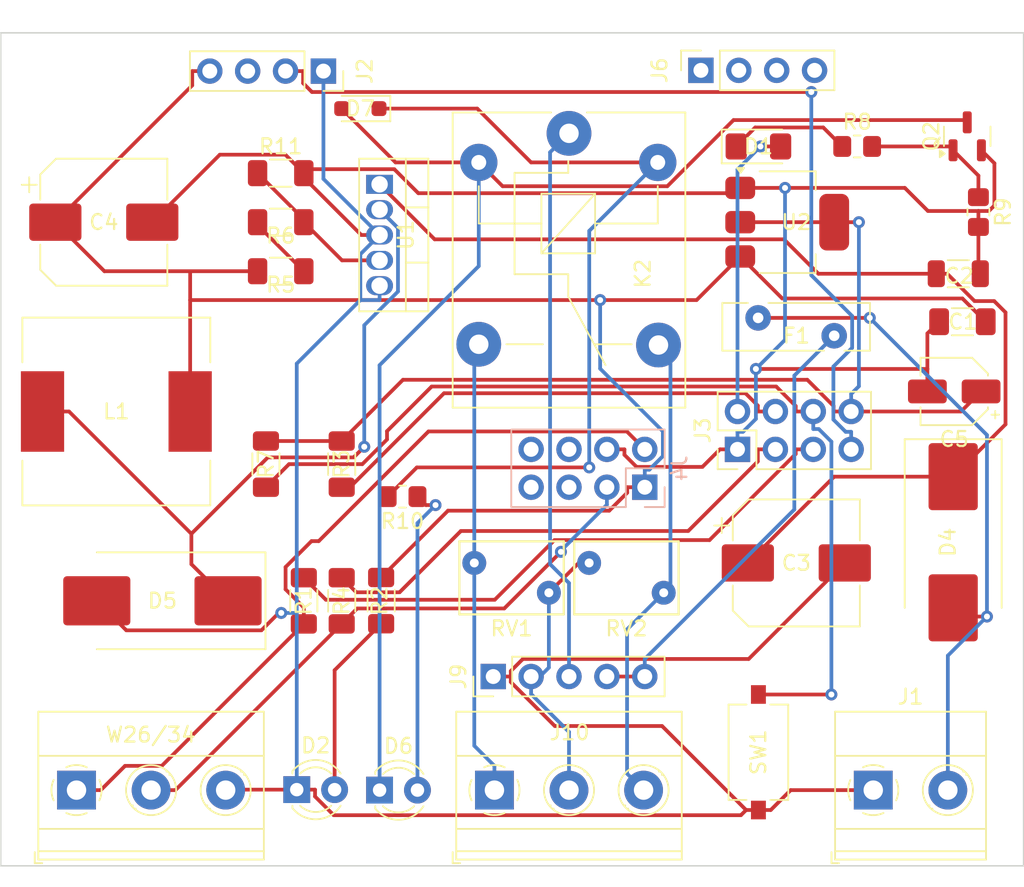
<source format=kicad_pcb>
(kicad_pcb (version 20221018) (generator pcbnew)
  (layers (0 "F.Cu" signal) (31 "B.Cu" signal) (34 "B.Paste" user) (35 "F.Paste" user) (36 "B.SilkS" user "B.Silkscreen") (37 "F.SilkS" user "F.Silkscreen") (38 "B.Mask" user) (39 "F.Mask" user) (44 "Edge.Cuts" user))
  (net 0 "")
  (net 1 "GND")
  (net 2 "+5V")
  (net 3 "12V")
  (net 4 "+3.3V")
  (net 5 "Net-(D1-K)")
  (net 6 "Net-(D1-A)")
  (net 7 "Net-(D4-A)")
  (net 8 "Net-(D5-K)")
  (net 9 "Net-(D6-K)")
  (net 10 "Net-(D6-A)")
  (net 11 "Net-(D7-K)")
  (net 12 "12VOUT")
  (net 13 "Net-(J2-Pin_2)")
  (net 15 "Net-(J3-Pin_3)")
  (net 16 "Net-(J3-Pin_4)")
  (net 17 "Net-(J3-Pin_5)")
  (net 18 "Net-(J3-Pin_6)")
  (net 19 "D1")
  (net 20 "D0")
  (net 29 "Net-(J10-Pin_2)")
  (net 30 "Net-(J9-Pin_3)")
  (net 31 "Net-(J10-Pin_1)")
  (net 32 "Net-(J10-Pin_3)")
  (net 33 "Net-(Q2-B)")
  (net 34 "Net-(D2-A)")
  (net 35 "Net-(R5-Pad1)")
  (net 36 "Net-(U1-FB)")
  (footprint "Resistor_SMD:R_1206_3216Metric_Pad1.30x1.75mm_HandSolder" (layer "F.Cu") (at 99.1643 160.007 90)
    (fp_text reference "R4" (at 0 -2.644273 90) (layer "F.SilkS"))
    (fp_text value "330")
    (pad "1" smd roundrect (at -1.55 0 90) (size 1.3 1.75) (layers "F.Cu" "F.Paste" "F.Mask") (roundrect_rratio 0.192308) (net 34 "Net-(D2-A)"))
    (pad "2" smd roundrect (at 1.55 0 90) (size 1.3 1.75) (layers "F.Cu" "F.Paste" "F.Mask") (roundrect_rratio 0.192308) (net 2 "+5V"))
  )
  (footprint "Varistor:RV_Disc_D7mm_W4.9mm_P5mm" (layer "F.Cu") (at 105.41 157.48)
    (fp_text reference "RV1" (at 2.5 4.4) (layer "F.SilkS"))
    (fp_text value "470KD07")
    (pad "1" thru_hole circle (at 0 0) (size 1.6 1.6) (drill 0.6) (layers "*.Cu" "*.Mask") (net 31 "Net-(J10-Pin_1)"))
    (pad "2" thru_hole circle (at 5 2) (size 1.6 1.6) (drill 0.6) (layers "*.Cu" "*.Mask") (net 29 "Net-(J10-Pin_2)"))
  )
  (footprint "Resistor_SMD:R_1206_3216Metric_Pad1.30x1.75mm_HandSolder" (layer "F.Cu") (at 92.43 131.33 180)
    (fp_text reference "R11" (at 0 1.79) (layer "F.SilkS"))
    (fp_text value "4.7K")
    (pad "1" smd roundrect (at -1.55 0 180) (size 1.3 1.75) (layers "F.Cu" "F.Paste" "F.Mask") (roundrect_rratio 0.192308) (net 1 "GND"))
    (pad "2" smd roundrect (at 1.55 0 180) (size 1.3 1.75) (layers "F.Cu" "F.Paste" "F.Mask") (roundrect_rratio 0.192308) (net 36 "Net-(U1-FB)"))
  )
  (footprint "Resistor_SMD:R_1206_3216Metric_Pad1.30x1.75mm_HandSolder" (layer "F.Cu") (at 96.52 160.02 -90)
    (fp_text reference "R2" (at 0 -2.54 90) (layer "F.SilkS"))
    (fp_text value "10K" hide)
    (pad "1" smd roundrect (at -1.55 0 270) (size 1.3 1.75) (layers "F.Cu" "F.Paste" "F.Mask") (roundrect_rratio 0.192308) (net 15 "Net-(J3-Pin_3)"))
    (pad "2" smd roundrect (at 1.55 0 270) (size 1.3 1.75) (layers "F.Cu" "F.Paste" "F.Mask") (roundrect_rratio 0.192308) (net 20 "D0"))
  )
  (footprint "Package_TO_SOT_SMD:SOT-223-3_TabPin2" (layer "F.Cu") (at 126.39 134.62)
    (fp_text reference "U2" (at 0.61 0) (layer "F.SilkS"))
    (fp_text value "AMS1117-3.3")
    (pad "1" smd roundrect (at -3.15 -2.3) (size 2 1.5) (layers "F.Cu" "F.Paste" "F.Mask") (net 1 "GND"))
    (pad "2" smd roundrect (at -3.15 0) (size 2 1.5) (layers "F.Cu" "F.Paste" "F.Mask") (net 4 "+3.3V"))
    (pad "2" smd roundrect (at 3.15 0) (size 2 3.8) (layers "F.Cu" "F.Paste" "F.Mask") (net 4 "+3.3V"))
    (pad "3" smd roundrect (at -3.15 2.3) (size 2 1.5) (layers "F.Cu" "F.Paste" "F.Mask") (net 2 "+5V"))
  )
  (footprint "Resistor_SMD:R_1206_3216Metric_Pad1.30x1.75mm_HandSolder" (layer "F.Cu") (at 96.52 150.85 -90)
    (fp_text reference "R3" (at 0 0 90) (layer "F.SilkS"))
    (fp_text value "10K" hide)
    (pad "1" smd roundrect (at -1.55 0 270) (size 1.3 1.75) (layers "F.Cu" "F.Paste" "F.Mask") (roundrect_rratio 0.192308) (net 4 "+3.3V"))
    (pad "2" smd roundrect (at 1.55 0 270) (size 1.3 1.75) (layers "F.Cu" "F.Paste" "F.Mask") (roundrect_rratio 0.192308) (net 16 "Net-(J3-Pin_4)"))
  )
  (footprint "Connector_PinSocket_2.54mm:PinSocket_1x04_P2.54mm_Vertical" (layer "F.Cu") (at 120.6045 124.435 90)
    (fp_text reference "J6" (at 0 -2.77 90) (layer "F.SilkS"))
    (fp_text value "Receptor RF")
    (pad "1" thru_hole rect (at 0 0 90) (size 1.7 1.7) (drill 1) (layers "*.Cu" "*.Mask"))
    (pad "2" thru_hole oval (at 0 2.54 90) (size 1.7 1.7) (drill 1) (layers "*.Cu" "*.Mask"))
    (pad "3" thru_hole oval (at 0 5.08 90) (size 1.7 1.7) (drill 1) (layers "*.Cu" "*.Mask"))
    (pad "4" thru_hole oval (at 0 7.62 90) (size 1.7 1.7) (drill 1) (layers "*.Cu" "*.Mask"))
  )
  (footprint "TerminalBlock_Phoenix:TerminalBlock_Phoenix_MKDS-1,5-3_1x03_P5.00mm_Horizontal" (layer "F.Cu") (at 78.74 172.72)
    (fp_text reference "W26/34" (at 4.976645 -3.713788) (layer "F.SilkS"))
    (fp_text value "Screw_Terminal_01x03")
    (pad "1" thru_hole rect (at 0 0) (size 2.6 2.6) (drill 1.3) (layers "*.Cu" "*.Mask") (net 19 "D1"))
    (pad "2" thru_hole circle (at 5 0) (size 2.6 2.6) (drill 1.3) (layers "*.Cu" "*.Mask") (net 20 "D0"))
    (pad "3" thru_hole circle (at 10 0) (size 2.6 2.6) (drill 1.3) (layers "*.Cu" "*.Mask") (net 1 "GND"))
  )
  (footprint "Connector_PinHeader_2.54mm:PinHeader_1x05_P2.54mm_Vertical" (layer "F.Cu") (at 106.68 165.1 90)
    (fp_text reference "J9" (at 0 -2.33 90) (layer "F.SilkS"))
    (fp_text value "jumpers salida")
    (pad "1" thru_hole rect (at 0 0 90) (size 1.7 1.7) (drill 1) (layers "*.Cu" "*.Mask") (net 1 "GND"))
    (pad "2" thru_hole oval (at 0 2.54 90) (size 1.7 1.7) (drill 1) (layers "*.Cu" "*.Mask") (net 29 "Net-(J10-Pin_2)"))
    (pad "3" thru_hole oval (at 0 5.08 90) (size 1.7 1.7) (drill 1) (layers "*.Cu" "*.Mask") (net 30 "Net-(J9-Pin_3)"))
    (pad "4" thru_hole oval (at 0 7.62 90) (size 1.7 1.7) (drill 1) (layers "*.Cu" "*.Mask") (net 12 "12VOUT"))
    (pad "5" thru_hole oval (at 0 10.16 90) (size 1.7 1.7) (drill 1) (layers "*.Cu" "*.Mask") (net 12 "12VOUT"))
  )
  (footprint "Package_TO_SOT_THT:TO-220-5_Vertical" (layer "F.Cu") (at 99.06 132.08 -90)
    (fp_text reference "U1" (at 3.3995 -1.76 90) (layer "F.SilkS"))
    (fp_text value "LM2596S-5")
    (pad "1" thru_hole rect (at 0 0 270) (size 1.275 1.8) (drill 1.1) (layers "*.Cu" "*.Mask") (net 3 "12V"))
    (pad "2" thru_hole oval (at 1.7 0 270) (size 1.275 1.8) (drill 1.1) (layers "*.Cu" "*.Mask") (net 8 "Net-(D5-K)"))
    (pad "3" thru_hole oval (at 3.4 0 270) (size 1.275 1.8) (drill 1.1) (layers "*.Cu" "*.Mask") (net 1 "GND"))
    (pad "4" thru_hole oval (at 5.1 0 270) (size 1.275 1.8) (drill 1.1) (layers "*.Cu" "*.Mask") (net 36 "Net-(U1-FB)"))
    (pad "5" thru_hole oval (at 6.8 0 270) (size 1.275 1.8) (drill 1.1) (layers "*.Cu" "*.Mask") (net 1 "GND"))
  )
  (footprint "Diode_SMD:D_SMC_Handsoldering" (layer "F.Cu") (at 137.5173 156.092 -90)
    (fp_text reference "D4" (at 0 0.357307 90) (layer "F.SilkS"))
    (fp_text value "SS34")
    (pad "1" smd roundrect (at -4.4 0) (size 3.3 4.5) (layers "F.Cu" "F.Paste" "F.Mask") (roundrect_rratio 0.0757575758) (net 3 "12V"))
    (pad "2" smd roundrect (at 4.4 0) (size 3.3 4.5) (layers "F.Cu" "F.Paste" "F.Mask") (roundrect_rratio 0.0757575758) (net 7 "Net-(D4-A)"))
  )
  (footprint "Resistor_SMD:R_1206_3216Metric_Pad1.30x1.75mm_HandSolder" (layer "F.Cu") (at 93.98 160.02 90)
    (fp_text reference "R1" (at 0 0 90) (layer "F.SilkS"))
    (fp_text value "10K" hide)
    (pad "1" smd roundrect (at -1.55 0 90) (size 1.3 1.75) (layers "F.Cu" "F.Paste" "F.Mask") (roundrect_rratio 0.192308) (net 19 "D1"))
    (pad "2" smd roundrect (at 1.55 0 90) (size 1.3 1.75) (layers "F.Cu" "F.Paste" "F.Mask") (roundrect_rratio 0.192308) (net 17 "Net-(J3-Pin_5)"))
  )
  (footprint "Resistor_SMD:R_1206_3216Metric_Pad1.30x1.75mm_HandSolder" (layer "F.Cu") (at 91.44 150.85 -90)
    (fp_text reference "R7" (at 0 0 90) (layer "F.SilkS"))
    (fp_text value "10K" hide)
    (pad "1" smd roundrect (at -1.55 0 270) (size 1.3 1.75) (layers "F.Cu" "F.Paste" "F.Mask") (roundrect_rratio 0.192308) (net 4 "+3.3V"))
    (pad "2" smd roundrect (at 1.55 0 270) (size 1.3 1.75) (layers "F.Cu" "F.Paste" "F.Mask") (roundrect_rratio 0.192308) (net 18 "Net-(J3-Pin_6)"))
  )
  (footprint "Resistor_SMD:R_0805_2012Metric_Pad1.20x1.40mm_HandSolder" (layer "F.Cu") (at 100.6 153.03 180)
    (fp_text reference "R10" (at 0 -1.65) (layer "F.SilkS"))
    (fp_text value "330")
    (pad "1" smd roundrect (at -1 0 180) (size 1.2 1.4) (layers "F.Cu" "F.Paste" "F.Mask") (roundrect_rratio 0.208333) (net 10 "Net-(D6-A)"))
    (pad "2" smd roundrect (at 1 0 180) (size 1.2 1.4) (layers "F.Cu" "F.Paste" "F.Mask") (roundrect_rratio 0.208333) (net 11 "Net-(D7-K)"))
  )
  (footprint "Diode_SMD:D_SOD-323_HandSoldering" (layer "F.Cu") (at 97.77 127 180)
    (fp_text reference "D7" (at 0 0) (layer "F.SilkS"))
    (fp_text value "1N4148")
    (pad "1" smd roundrect (at -1.25 0 180) (size 1 1) (layers "F.Cu" "F.Paste" "F.Mask") (net 11 "Net-(D7-K)"))
    (pad "2" smd roundrect (at 1.25 0 180) (size 1 1) (layers "F.Cu" "F.Paste" "F.Mask") (net 9 "Net-(D6-K)"))
  )
  (footprint "Capacitor_SMD:CP_Elec_8x10" (layer "F.Cu") (at 127 157.48)
    (fp_text reference "C3" (at 0 0) (layer "F.SilkS"))
    (fp_text value "220uF/35V")
    (pad "1" smd roundrect (at -3.25 0) (size 3.5 2.5) (layers "F.Cu" "F.Paste" "F.Mask") (roundrect_rratio 0.1) (net 3 "12V"))
    (pad "2" smd roundrect (at 3.25 0) (size 3.5 2.5) (layers "F.Cu" "F.Paste" "F.Mask") (roundrect_rratio 0.1) (net 1 "GND"))
  )
  (footprint "TerminalBlock_Phoenix:TerminalBlock_Phoenix_MKDS-1,5-3_1x03_P5.00mm_Horizontal" (layer "F.Cu") (at 106.76 172.72)
    (fp_text reference "J10" (at 5.039906 -3.865589) (layer "F.SilkS"))
    (fp_text value "OUT" hide)
    (pad "1" thru_hole rect (at 0 0) (size 2.6 2.6) (drill 1.3) (layers "*.Cu" "*.Mask") (net 31 "Net-(J10-Pin_1)"))
    (pad "2" thru_hole circle (at 5 0) (size 2.6 2.6) (drill 1.3) (layers "*.Cu" "*.Mask") (net 29 "Net-(J10-Pin_2)"))
    (pad "3" thru_hole circle (at 10 0) (size 2.6 2.6) (drill 1.3) (layers "*.Cu" "*.Mask") (net 32 "Net-(J10-Pin_3)"))
  )
  (footprint "Resistor_SMD:R_0805_2012Metric_Pad1.20x1.40mm_HandSolder" (layer "F.Cu") (at 131.08 129.54)
    (fp_text reference "R8" (at 0 -1.65) (layer "F.SilkS"))
    (fp_text value "10K")
    (pad "1" smd roundrect (at -1 0) (size 1.2 1.4) (layers "F.Cu" "F.Paste" "F.Mask") (roundrect_rratio 0.208333) (net 5 "Net-(D1-K)"))
    (pad "2" smd roundrect (at 1 0) (size 1.2 1.4) (layers "F.Cu" "F.Paste" "F.Mask") (roundrect_rratio 0.208333) (net 33 "Net-(Q2-B)"))
  )
  (footprint "Resistor_SMD:R_1206_3216Metric_Pad1.30x1.75mm_HandSolder" (layer "F.Cu") (at 92.43 137.91 180)
    (fp_text reference "R5" (at 0 -0.91) (layer "F.SilkS"))
    (fp_text value "10K")
    (pad "1" smd roundrect (at -1.55 0 180) (size 1.3 1.75) (layers "F.Cu" "F.Paste" "F.Mask") (roundrect_rratio 0.192308) (net 35 "Net-(R5-Pad1)"))
    (pad "2" smd roundrect (at 1.55 0 180) (size 1.3 1.75) (layers "F.Cu" "F.Paste" "F.Mask") (roundrect_rratio 0.192308) (net 2 "+5V"))
  )
  (footprint "Inductor_SMD:L_12x12mm_H8mm" (layer "F.Cu") (at 81.41 147.32)
    (fp_text reference "L1" (at 0 0) (layer "F.SilkS"))
    (fp_text value "33 uH/3.5A")
    (pad "1" smd rect (at -4.95 0) (size 2.9 5.4) (layers "F.Cu" "F.Paste" "F.Mask") (net 8 "Net-(D5-K)"))
    (pad "2" smd rect (at 4.95 0) (size 2.9 5.4) (layers "F.Cu" "F.Paste" "F.Mask") (net 2 "+5V"))
  )
  (footprint "LED_THT:LED_D3.0mm" (layer "F.Cu") (at 99.06 172.72)
    (fp_text reference "D6" (at 1.27 -2.96) (layer "F.SilkS"))
    (fp_text value "LED")
    (pad "1" thru_hole rect (at 0 0) (size 1.8 1.8) (drill 0.9) (layers "*.Cu" "*.Mask") (net 9 "Net-(D6-K)"))
    (pad "2" thru_hole circle (at 2.54 0) (size 1.8 1.8) (drill 0.9) (layers "*.Cu" "*.Mask") (net 10 "Net-(D6-A)"))
  )
  (footprint "Varistor:RV_Disc_D7mm_W4.9mm_P5mm" (layer "F.Cu") (at 113.11 157.48)
    (fp_text reference "RV2" (at 2.5 4.4) (layer "F.SilkS"))
    (fp_text value "470KD07")
    (pad "1" thru_hole circle (at 0 0) (size 1.6 1.6) (drill 0.6) (layers "*.Cu" "*.Mask") (net 29 "Net-(J10-Pin_2)"))
    (pad "2" thru_hole circle (at 5 2) (size 1.6 1.6) (drill 0.6) (layers "*.Cu" "*.Mask") (net 32 "Net-(J10-Pin_3)"))
  )
  (footprint "Diode_SMD:D_SMC_Handsoldering" (layer "F.Cu") (at 84.5 160.02 180)
    (fp_text reference "D5" (at 0 0) (layer "F.SilkS"))
    (fp_text value "SS34")
    (pad "1" smd roundrect (at -4.4 0 270) (size 3.3 4.5) (layers "F.Cu" "F.Paste" "F.Mask") (roundrect_rratio 0.0757575758) (net 8 "Net-(D5-K)"))
    (pad "2" smd roundrect (at 4.4 0 270) (size 3.3 4.5) (layers "F.Cu" "F.Paste" "F.Mask") (roundrect_rratio 0.0757575758) (net 1 "GND"))
  )
  (footprint "Package_TO_SOT_SMD:SOT-23" (layer "F.Cu") (at 138.46 128.86 90)
    (fp_text reference "Q2" (at 0 -2.4 90) (layer "F.SilkS"))
    (fp_text value "MMBT5551L")
    (pad "1" smd roundrect (at -0.9375 -0.95 90) (size 1.475 0.6) (layers "F.Cu" "F.Paste" "F.Mask") (net 33 "Net-(Q2-B)"))
    (pad "2" smd roundrect (at -0.9375 0.95 90) (size 1.475 0.6) (layers "F.Cu" "F.Paste" "F.Mask") (net 1 "GND"))
    (pad "3" smd roundrect (at 0.9375 0 90) (size 1.475 0.6) (layers "F.Cu" "F.Paste" "F.Mask") (net 9 "Net-(D6-K)"))
  )
  (footprint "Capacitor_SMD:C_1206_3216Metric" (layer "F.Cu") (at 137.86 138.0783)
    (fp_text reference "C2" (at 0.061267 0.145852) (layer "F.SilkS"))
    (fp_text value "0.1u")
    (pad "1" smd roundrect (at -1.475 0) (size 1.15 1.8) (layers "F.Cu" "F.Paste" "F.Mask") (roundrect_rratio 0.217391) (net 3 "12V"))
    (pad "2" smd roundrect (at 1.475 0) (size 1.15 1.8) (layers "F.Cu" "F.Paste" "F.Mask") (roundrect_rratio 0.217391) (net 1 "GND"))
  )
  (footprint "TerminalBlock_Phoenix:TerminalBlock_Phoenix_MKDS-1,5-2_1x02_P5.00mm_Horizontal" (layer "F.Cu") (at 132.16 172.72)
    (fp_text reference "J1" (at 2.5 -6.26) (layer "F.SilkS"))
    (fp_text value "IN 12V")
    (pad "1" thru_hole rect (at 0 0) (size 2.6 2.6) (drill 1.3) (layers "*.Cu" "*.Mask") (net 1 "GND"))
    (pad "2" thru_hole circle (at 5 0) (size 2.6 2.6) (drill 1.3) (layers "*.Cu" "*.Mask") (net 7 "Net-(D4-A)"))
  )
  (footprint "Fuse:Fuse_Bourns_MF-RHT100" (layer "F.Cu") (at 124.44 141.04)
    (fp_text reference "F1" (at 2.56 1.2) (layer "F.SilkS"))
    (fp_text value "MF-R110")
    (pad "1" thru_hole circle (at 0 0) (size 1.71 1.71) (drill 0.71) (layers "*.Cu" "*.Mask") (net 7 "Net-(D4-A)"))
    (pad "2" thru_hole circle (at 5.1 1.2) (size 1.71 1.71) (drill 0.71) (layers "*.Cu" "*.Mask") (net 12 "12VOUT"))
  )
  (footprint "Capacitor_SMD:C_1206_3216Metric_Pad1.33x1.80mm_HandSolder" (layer "F.Cu") (at 138.1375 141.2983)
    (fp_text reference "C1" (at 0.03677 0.004048) (layer "F.SilkS"))
    (fp_text value "0.1u")
    (pad "1" smd roundrect (at -1.5625 0) (size 1.325 1.8) (layers "F.Cu" "F.Paste" "F.Mask") (roundrect_rratio 0.188679) (net 1 "GND"))
    (pad "2" smd roundrect (at 1.5625 0) (size 1.325 1.8) (layers "F.Cu" "F.Paste" "F.Mask") (roundrect_rratio 0.188679) (net 2 "+5V"))
  )
  (footprint "Resistor_SMD:R_0805_2012Metric_Pad1.20x1.40mm_HandSolder" (layer "F.Cu") (at 139.21 133.94 -90)
    (fp_text reference "R9" (at 0 -1.65 90) (layer "F.SilkS"))
    (fp_text value "100K")
    (pad "1" smd roundrect (at -1 0 270) (size 1.2 1.4) (layers "F.Cu" "F.Paste" "F.Mask") (roundrect_rratio 0.208333) (net 33 "Net-(Q2-B)"))
    (pad "2" smd roundrect (at 1 0 270) (size 1.2 1.4) (layers "F.Cu" "F.Paste" "F.Mask") (roundrect_rratio 0.208333) (net 1 "GND"))
  )
  (footprint "LED_THT:LED_D3.0mm" (layer "F.Cu") (at 93.5061 172.6875)
    (fp_text reference "D2" (at 1.27 -2.96) (layer "F.SilkS"))
    (fp_text value "LED")
    (pad "1" thru_hole rect (at 0 0) (size 1.8 1.8) (drill 0.9) (layers "*.Cu" "*.Mask") (net 1 "GND"))
    (pad "2" thru_hole circle (at 2.54 0) (size 1.8 1.8) (drill 0.9) (layers "*.Cu" "*.Mask") (net 34 "Net-(D2-A)"))
  )
  (footprint "Button_Switch_SMD:SW_Tactile_SPST_NO_Straight_CK_PTS636Sx25SMTRLFS" (layer "F.Cu") (at 124.46 170.18 90)
    (fp_text reference "SW1" (at 0 0 90 unlocked) (layer "F.SilkS"))
    (fp_text value "RESET")
    (pad "1" smd rect (at -3.875 0 90) (size 1.25 1) (layers "F.Cu" "F.Paste" "F.Mask") (net 1 "GND"))
    (pad "2" smd rect (at 3.875 0 90) (size 1.25 1) (layers "F.Cu" "F.Paste" "F.Mask") (net 18 "Net-(J3-Pin_6)"))
  )
  (footprint "Connector_PinHeader_2.54mm:PinHeader_2x04_P2.54mm_Vertical" (layer "F.Cu") (at 123.0575 149.86 90)
    (fp_text reference "J3" (at 1.27 -2.33 90) (layer "F.SilkS"))
    (fp_text value "ESP01")
    (pad "1" thru_hole rect (at 0 0 90) (size 1.7 1.7) (drill 1) (layers "*.Cu" "*.Mask") (net 1 "GND"))
    (pad "2" thru_hole oval (at 2.54 0 90) (size 1.7 1.7) (drill 1) (layers "*.Cu" "*.Mask") (net 6 "Net-(D1-A)"))
    (pad "3" thru_hole oval (at 0 2.54 90) (size 1.7 1.7) (drill 1) (layers "*.Cu" "*.Mask") (net 15 "Net-(J3-Pin_3)"))
    (pad "4" thru_hole oval (at 2.54 2.54 90) (size 1.7 1.7) (drill 1) (layers "*.Cu" "*.Mask") (net 16 "Net-(J3-Pin_4)"))
    (pad "5" thru_hole oval (at 0 5.08 90) (size 1.7 1.7) (drill 1) (layers "*.Cu" "*.Mask") (net 17 "Net-(J3-Pin_5)"))
    (pad "6" thru_hole oval (at 2.54 5.08 90) (size 1.7 1.7) (drill 1) (layers "*.Cu" "*.Mask") (net 18 "Net-(J3-Pin_6)"))
    (pad "7" thru_hole oval (at 0 7.62 90) (size 1.7 1.7) (drill 1) (layers "*.Cu" "*.Mask") (net 13 "Net-(J2-Pin_2)"))
    (pad "8" thru_hole oval (at 2.54 7.62 90) (size 1.7 1.7) (drill 1) (layers "*.Cu" "*.Mask") (net 4 "+3.3V"))
  )
  (footprint "Capacitor_SMD:CP_Elec_4x4.5" (layer "F.Cu") (at 137.5882 145.9755 180)
    (fp_text reference "C5" (at 0 -3.2) (layer "F.SilkS"))
    (fp_text value "10uF/16V")
    (pad "1" smd roundrect (at -1.8 0 180) (size 2.6 1.6) (layers "F.Cu" "F.Paste" "F.Mask") (roundrect_rratio 0.15625) (net 4 "+3.3V"))
    (pad "2" smd roundrect (at 1.8 0 180) (size 2.6 1.6) (layers "F.Cu" "F.Paste" "F.Mask") (roundrect_rratio 0.15625) (net 1 "GND"))
  )
  (footprint "Relay_THT:Relay_SPDT_SANYOU_SRD_Series_Form_C" (layer "F.Cu") (at 111.76 128.66 -90)
    (fp_text reference "K2" (at 9.409947 -4.949156 90) (layer "F.SilkS"))
    (fp_text value "SANYOU_SRD_Form_C")
    (pad "1" thru_hole circle (at 0 0) (size 3 3) (drill 1.3) (layers "*.Cu" "*.Mask") (net 30 "Net-(J9-Pin_3)"))
    (pad "2" thru_hole circle (at 1.95 6.05) (size 2.5 2.5) (drill 1) (layers "*.Cu" "*.Mask") (net 9 "Net-(D6-K)"))
    (pad "3" thru_hole circle (at 14.15 6.05) (size 3 3) (drill 1.3) (layers "*.Cu" "*.Mask") (net 31 "Net-(J10-Pin_1)"))
    (pad "4" thru_hole circle (at 14.2 -6) (size 3 3) (drill 1.3) (layers "*.Cu" "*.Mask") (net 32 "Net-(J10-Pin_3)"))
    (pad "5" thru_hole circle (at 1.95 -5.95) (size 2.5 2.5) (drill 1) (layers "*.Cu" "*.Mask") (net 11 "Net-(D7-K)"))
  )
  (footprint "Resistor_SMD:R_1206_3216Metric_Pad1.30x1.75mm_HandSolder" (layer "F.Cu") (at 92.43 134.62 180)
    (fp_text reference "R6" (at 0 -0.91) (layer "F.SilkS"))
    (fp_text value "4.7K")
    (pad "1" smd roundrect (at -1.55 0 180) (size 1.3 1.75) (layers "F.Cu" "F.Paste" "F.Mask") (roundrect_rratio 0.192308) (net 36 "Net-(U1-FB)"))
    (pad "2" smd roundrect (at 1.55 0 180) (size 1.3 1.75) (layers "F.Cu" "F.Paste" "F.Mask") (roundrect_rratio 0.192308) (net 35 "Net-(R5-Pad1)"))
  )
  (footprint "Diode_SMD:D_1206_3216Metric_Pad1.42x1.75mm_HandSolder" (layer "F.Cu") (at 124.46 129.54)
    (fp_text reference "D1" (at 0 0) (layer "F.SilkS"))
    (fp_text value "1N4148")
    (pad "1" smd roundrect (at -1.4875 0) (size 1.425 1.75) (layers "F.Cu" "F.Paste" "F.Mask") (roundrect_rratio 0.175439) (net 5 "Net-(D1-K)"))
    (pad "2" smd roundrect (at 1.4875 0) (size 1.425 1.75) (layers "F.Cu" "F.Paste" "F.Mask") (roundrect_rratio 0.175439) (net 6 "Net-(D1-A)"))
  )
  (footprint "Capacitor_SMD:CP_Elec_8x10" (layer "F.Cu") (at 80.57 134.62)
    (fp_text reference "C4" (at 0 0) (layer "F.SilkS"))
    (fp_text value "220uF/35V")
    (pad "1" smd roundrect (at -3.25 0) (size 3.5 2.5) (layers "F.Cu" "F.Paste" "F.Mask") (roundrect_rratio 0.1) (net 2 "+5V"))
    (pad "2" smd roundrect (at 3.25 0) (size 3.5 2.5) (layers "F.Cu" "F.Paste" "F.Mask") (roundrect_rratio 0.1) (net 1 "GND"))
  )
  (footprint "Connector_PinSocket_2.54mm:PinSocket_1x04_P2.54mm_Vertical" (layer "F.Cu") (at 95.2955 124.485 -90)
    (fp_text reference "J2" (at 0 -2.77 90) (layer "F.SilkS"))
    (fp_text value "Receptor RF")
    (pad "1" thru_hole rect (at 0 0 270) (size 1.7 1.7) (drill 1) (layers "*.Cu" "*.Mask") (net 1 "GND"))
    (pad "2" thru_hole oval (at 0 2.54 270) (size 1.7 1.7) (drill 1) (layers "*.Cu" "*.Mask") (net 13 "Net-(J2-Pin_2)"))
    (pad "3" thru_hole oval (at 0 5.08 270) (size 1.7 1.7) (drill 1) (layers "*.Cu" "*.Mask"))
    (pad "4" thru_hole oval (at 0 7.62 270) (size 1.7 1.7) (drill 1) (layers "*.Cu" "*.Mask") (net 2 "+5V"))
  )
  (footprint "Connector_PinHeader_2.54mm:PinHeader_2x04_P2.54mm_Vertical" (layer "B.Cu") (at 116.84 152.4 90)
    (fp_text reference "J4" (at 1.27 2.33 90) (layer "B.SilkS") (effects (justify mirror)))
    (fp_text value "Conn_02x04_Counter_Clockwise")
    (pad "1" thru_hole rect (at 0 0 90) (size 1.7 1.7) (drill 1) (layers "*.Cu" "*.Mask") (net 2 "+5V"))
    (pad "2" thru_hole oval (at 2.54 0 90) (size 1.7 1.7) (drill 1) (layers "*.Cu" "*.Mask") (net 19 "D1"))
    (pad "3" thru_hole oval (at 0 -2.54 90) (size 1.7 1.7) (drill 1) (layers "*.Cu" "*.Mask") (net 20 "D0"))
    (pad "4" thru_hole oval (at 2.54 -2.54 90) (size 1.7 1.7) (drill 1) (layers "*.Cu" "*.Mask") (net 1 "GND"))
    (pad "5" thru_hole oval (at 0 -5.08 90) (size 1.7 1.7) (drill 1) (layers "*.Cu" "*.Mask"))
    (pad "6" thru_hole oval (at 2.54 -5.08 90) (size 1.7 1.7) (drill 1) (layers "*.Cu" "*.Mask"))
    (pad "7" thru_hole oval (at 0 -7.62 90) (size 1.7 1.7) (drill 1) (layers "*.Cu" "*.Mask"))
    (pad "8" thru_hole oval (at 2.54 -7.62 90) (size 1.7 1.7) (drill 1) (layers "*.Cu" "*.Mask"))
  )
  (gr_rect (start 73.66 121.92) (end 142.24 177.8) (stroke (width 0.1)) (fill none) (layer "Edge.Cuts"))
  (segment (start 121.8806 149.86) (end 120.7037 151.0369) (width 0.25) (layer "F.Cu") (net 1))
  (segment (start 124.46 174.055) (end 123.6331 174.055) (width 0.25) (layer "F.Cu") (net 1))
  (segment (start 108.6659 163.9231) (end 107.8569 164.7321) (width 0.25) (layer "F.Cu") (net 1))
  (segment (start 80.1 160.02) (end 82.0805 162.0005) (width 0.25) (layer "F.Cu") (net 1))
  (segment (start 140.2821 130.6696) (end 140.2821 133.4994) (width 0.25) (layer "F.Cu") (net 1))
  (segment (start 82.0805 162.0005) (end 91.1368 162.0005) (width 0.25) (layer "F.Cu") (net 1))
  (segment (start 122.8848 132.6752) (end 101.655 132.6752) (width 0.25) (layer "F.Cu") (net 1))
  (segment (start 135.7882 144.4656) (end 124.2905 144.4656) (width 0.25) (layer "F.Cu") (net 1))
  (segment (start 139.9136 133.8679) (end 139.21 133.8679) (width 0.25) (layer "F.Cu") (net 1))
  (segment (start 126.6219 172.72) (end 125.2869 174.055) (width 0.25) (layer "F.Cu") (net 1))
  (segment (start 88.74 172.72) (end 88.7725 172.6875) (width 0.25) (layer "F.Cu") (net 1))
  (segment (start 97.8331 135.48) (end 93.98 131.6269) (width 0.25) (layer "F.Cu") (net 1))
  (segment (start 139.21 137.9533) (end 139.335 138.0783) (width 0.25) (layer "F.Cu") (net 1))
  (segment (start 135.7882 144.4656) (end 135.7882 142.0851) (width 0.25) (layer "F.Cu") (net 1))
  (segment (start 134.2765 132.32) (end 126.2433 132.32) (width 0.25) (layer "F.Cu") (net 1))
  (segment (start 88.3478 130.0922) (end 83.82 134.62) (width 0.25) (layer "F.Cu") (net 1))
  (segment (start 101.655 132.6752) (end 100.044 131.0642) (width 0.25) (layer "F.Cu") (net 1))
  (segment (start 107.8569 164.7321) (end 107.8569 165.1) (width 0.25) (layer "F.Cu") (net 1))
  (segment (start 123.8069 163.9231) (end 108.6659 163.9231) (width 0.25) (layer "F.Cu") (net 1))
  (segment (start 140.2821 133.4994) (end 139.9136 133.8679) (width 0.25) (layer "F.Cu") (net 1))
  (segment (start 117.9985 168.4204) (end 110.8095 168.4204) (width 0.25) (layer "F.Cu") (net 1))
  (segment (start 91.1368 162.0005) (end 92.3027 160.8346) (width 0.25) (layer "F.Cu") (net 1))
  (segment (start 139.41 129.7975) (end 140.2821 130.6696) (width 0.25) (layer "F.Cu") (net 1))
  (segment (start 94.733 173.1476) (end 95.9885 174.4031) (width 0.25) (layer "F.Cu") (net 1))
  (segment (start 135.7882 145.9755) (end 135.7882 144.4656) (width 0.25) (layer "F.Cu") (net 1))
  (segment (start 100.044 131.0642) (end 94.2458 131.0642) (width 0.25) (layer "F.Cu") (net 1))
  (segment (start 120.7037 151.0369) (end 116.288 151.0369) (width 0.25) (layer "F.Cu") (net 1))
  (segment (start 123.6331 174.055) (end 117.9985 168.4204) (width 0.25) (layer "F.Cu") (net 1))
  (segment (start 93.5061 172.6875) (end 94.733 172.6875) (width 0.25) (layer "F.Cu") (net 1))
  (segment (start 114.3 149.86) (end 115.4769 149.86) (width 0.25) (layer "F.Cu") (net 1))
  (segment (start 94.733 172.6875) (end 94.733 173.1476) (width 0.25) (layer "F.Cu") (net 1))
  (segment (start 124.46 174.055) (end 125.2869 174.055) (width 0.25) (layer "F.Cu") (net 1))
  (segment (start 123.24 132.32) (end 122.8848 132.6752) (width 0.25) (layer "F.Cu") (net 1))
  (segment (start 123.285 174.4031) (end 123.6331 174.055) (width 0.25) (layer "F.Cu") (net 1))
  (segment (start 123.0575 149.86) (end 121.8806 149.86) (width 0.25) (layer "F.Cu") (net 1))
  (segment (start 92.7422 130.0922) (end 88.3478 130.0922) (width 0.25) (layer "F.Cu") (net 1))
  (segment (start 132.16 172.72) (end 131.3466 172.72) (width 0.25) (layer "F.Cu") (net 1))
  (segment (start 135.7882 142.0851) (end 136.575 141.2983) (width 0.25) (layer "F.Cu") (net 1))
  (segment (start 106.68 165.1) (end 107.8569 165.1) (width 0.25) (layer "F.Cu") (net 1))
  (segment (start 99.06 135.48) (end 97.8331 135.48) (width 0.25) (layer "F.Cu") (net 1))
  (segment (start 93.98 131.6269) (end 93.98 131.33) (width 0.25) (layer "F.Cu") (net 1))
  (segment (start 95.9885 174.4031) (end 123.285 174.4031) (width 0.25) (layer "F.Cu") (net 1))
  (segment (start 116.288 151.0369) (end 115.4769 150.2258) (width 0.25) (layer "F.Cu") (net 1))
  (segment (start 130.25 157.48) (end 123.8069 163.9231) (width 0.25) (layer "F.Cu") (net 1))
  (segment (start 88.7725 172.6875) (end 93.5061 172.6875) (width 0.25) (layer "F.Cu") (net 1))
  (segment (start 92.3027 160.8346) (end 92.3027 160.8345) (width 0.25) (layer "F.Cu") (net 1))
  (segment (start 92.3027 160.8345) (end 92.4685 160.8345) (width 0.25) (layer "F.Cu") (net 1))
  (segment (start 110.8095 168.4204) (end 107.8569 165.4678) (width 0.25) (layer "F.Cu") (net 1))
  (segment (start 126.2433 132.32) (end 123.24 132.32) (width 0.25) (layer "F.Cu") (net 1))
  (segment (start 135.8244 133.8679) (end 134.2765 132.32) (width 0.25) (layer "F.Cu") (net 1))
  (segment (start 107.8569 165.4678) (end 107.8569 165.1) (width 0.25) (layer "F.Cu") (net 1))
  (segment (start 139.21 133.8679) (end 135.8244 133.8679) (width 0.25) (layer "F.Cu") (net 1))
  (segment (start 139.21 133.8679) (end 139.21 134.94) (width 0.25) (layer "F.Cu") (net 1))
  (segment (start 139.21 134.94) (end 139.21 137.9533) (width 0.25) (layer "F.Cu") (net 1))
  (segment (start 94.2458 131.0642) (end 93.98 131.33) (width 0.25) (layer "F.Cu") (net 1))
  (segment (start 115.4769 150.2258) (end 115.4769 149.86) (width 0.25) (layer "F.Cu") (net 1))
  (segment (start 93.98 131.33) (end 92.7422 130.0922) (width 0.25) (layer "F.Cu") (net 1))
  (segment (start 131.3466 172.72) (end 126.6219 172.72) (width 0.25) (layer "F.Cu") (net 1))
  (via (at 92.4685 160.8345) (size 0.8) (drill 0.4) (layers "F.Cu" "B.Cu") (net 1))
  (via (at 126.2433 132.32) (size 0.8) (drill 0.4) (layers "F.Cu" "B.Cu") (net 1))
  (via (at 124.2905 144.4656) (size 0.8) (drill 0.4) (layers "F.Cu" "B.Cu") (net 1))
  (segment (start 93.5061 160.8345) (end 93.5061 144.1076) (width 0.25) (layer "B.Cu") (net 1))
  (segment (start 126.2432 132.32) (end 126.2433 132.32) (width 0.25) (layer "B.Cu") (net 1))
  (segment (start 123.4253 148.6831) (end 124.2905 147.8179) (width 0.25) (layer "B.Cu") (net 1))
  (segment (start 97.7693 136.7707) (end 99.06 135.48) (width 0.25) (layer "B.Cu") (net 1))
  (segment (start 123.0575 148.6831) (end 123.4253 148.6831) (width 0.25) (layer "B.Cu") (net 1))
  (segment (start 97.7693 139.8444) (end 99.06 139.8444) (width 0.25) (layer "B.Cu") (net 1))
  (segment (start 99.06 138.88) (end 99.06 139.8444) (width 0.25) (layer "B.Cu") (net 1))
  (segment (start 123.0575 149.86) (end 123.0575 148.6831) (width 0.25) (layer "B.Cu") (net 1))
  (segment (start 97.7693 139.8444) (end 97.7693 136.7707) (width 0.25) (layer "B.Cu") (net 1))
  (segment (start 95.2955 131.7155) (end 99.06 135.48) (width 0.25) (layer "B.Cu") (net 1))
  (segment (start 126.2432 142.5129) (end 126.2432 132.32) (width 0.25) (layer "B.Cu") (net 1))
  (segment (start 93.5061 144.1076) (end 97.7693 139.8444) (width 0.25) (layer "B.Cu") (net 1))
  (segment (start 92.4685 160.8345) (end 93.5061 160.8345) (width 0.25) (layer "B.Cu") (net 1))
  (segment (start 124.2905 147.8179) (end 124.2905 144.4656) (width 0.25) (layer "B.Cu") (net 1))
  (segment (start 93.5061 172.6875) (end 93.5061 160.8345) (width 0.25) (layer "B.Cu") (net 1))
  (segment (start 124.2905 144.4656) (end 126.2432 142.5129) (width 0.25) (layer "B.Cu") (net 1))
  (segment (start 95.2955 124.485) (end 95.2955 131.7155) (width 0.25) (layer "B.Cu") (net 1))
  (segment (start 86.36 137.91) (end 90.88 137.91) (width 0.25) (layer "F.Cu") (net 2))
  (segment (start 115.6631 152.4) (end 115.6631 152.7679) (width 0.25) (layer "F.Cu") (net 2))
  (segment (start 114.4573 153.9737) (end 103.6475 153.9737) (width 0.25) (layer "F.Cu") (net 2))
  (segment (start 86.36 137.91) (end 86.36 139.8453) (width 0.25) (layer "F.Cu") (net 2))
  (segment (start 103.6475 153.9737) (end 103.6475 153.9738) (width 0.25) (layer "F.Cu") (net 2))
  (segment (start 86.4986 125.4414) (end 77.32 134.62) (width 0.25) (layer "F.Cu") (net 2))
  (segment (start 126.0595 139.7395) (end 138.139 139.7395) (width 0.25) (layer "F.Cu") (net 2))
  (segment (start 139.6978 141.2983) (end 139.7 141.2983) (width 0.25) (layer "F.Cu") (net 2))
  (segment (start 116.2516 152.4) (end 115.6631 152.4) (width 0.25) (layer "F.Cu") (net 2))
  (segment (start 86.36 139.8453) (end 113.8488 139.8453) (width 0.25) (layer "F.Cu") (net 2))
  (segment (start 138.139 139.7395) (end 139.6978 141.2983) (width 0.25) (layer "F.Cu") (net 2))
  (segment (start 123.24 136.92) (end 126.0595 139.7395) (width 0.25) (layer "F.Cu") (net 2))
  (segment (start 86.4986 124.485) (end 86.4986 125.4414) (width 0.25) (layer "F.Cu") (net 2))
  (segment (start 80.61 137.91) (end 86.36 137.91) (width 0.25) (layer "F.Cu") (net 2))
  (segment (start 103.6475 153.9738) (end 99.1643 158.457) (width 0.25) (layer "F.Cu") (net 2))
  (segment (start 116.2516 152.4) (end 116.84 152.4) (width 0.25) (layer "F.Cu") (net 2))
  (segment (start 87.6755 124.485) (end 86.4986 124.485) (width 0.25) (layer "F.Cu") (net 2))
  (segment (start 86.36 139.8453) (end 86.36 147.32) (width 0.25) (layer "F.Cu") (net 2))
  (segment (start 77.32 134.62) (end 80.61 137.91) (width 0.25) (layer "F.Cu") (net 2))
  (segment (start 113.8488 139.8453) (end 120.3147 139.8453) (width 0.25) (layer "F.Cu") (net 2))
  (segment (start 120.3147 139.8453) (end 123.24 136.92) (width 0.25) (layer "F.Cu") (net 2))
  (segment (start 115.6631 152.7679) (end 114.4573 153.9737) (width 0.25) (layer "F.Cu") (net 2))
  (via (at 113.8488 139.8453) (size 0.8) (drill 0.4) (layers "F.Cu" "B.Cu") (net 2))
  (segment (start 116.84 151.2231) (end 117.1462 151.2231) (width 0.25) (layer "B.Cu") (net 2))
  (segment (start 118.0537 150.3156) (end 118.0537 148.6505) (width 0.25) (layer "B.Cu") (net 2))
  (segment (start 116.84 152.4) (end 116.84 151.2231) (width 0.25) (layer "B.Cu") (net 2))
  (segment (start 118.0537 148.6505) (end 113.8488 144.4456) (width 0.25) (layer "B.Cu") (net 2))
  (segment (start 117.1462 151.2231) (end 118.0537 150.3156) (width 0.25) (layer "B.Cu") (net 2))
  (segment (start 113.8488 144.4456) (end 113.8488 139.8453) (width 0.25) (layer "B.Cu") (net 2))
  (segment (start 128.4817 138.0783) (end 126.1734 135.77) (width 0.25) (layer "F.Cu") (net 3))
  (segment (start 137.1169 138.0783) (end 136.385 138.0783) (width 0.25) (layer "F.Cu") (net 3))
  (segment (start 138.9498 139.9112) (end 137.1169 138.0783) (width 0.25) (layer "F.Cu") (net 3))
  (segment (start 137.5173 151.692) (end 141.0267 148.1826) (width 0.25) (layer "F.Cu") (net 3))
  (segment (start 102.75 135.77) (end 99.06 132.08) (width 0.25) (layer "F.Cu") (net 3))
  (segment (start 126.1734 135.77) (end 102.75 135.77) (width 0.25) (layer "F.Cu") (net 3))
  (segment (start 136.385 138.0783) (end 128.4817 138.0783) (width 0.25) (layer "F.Cu") (net 3))
  (segment (start 123.75 157.48) (end 129.538 151.692) (width 0.25) (layer "F.Cu") (net 3))
  (segment (start 141.0267 148.1826) (end 141.0267 140.6726) (width 0.25) (layer "F.Cu") (net 3))
  (segment (start 129.538 151.692) (end 137.5173 151.692) (width 0.25) (layer "F.Cu") (net 3))
  (segment (start 141.0267 140.6726) (end 140.2653 139.9112) (width 0.25) (layer "F.Cu") (net 3))
  (segment (start 140.2653 139.9112) (end 138.9498 139.9112) (width 0.25) (layer "F.Cu") (net 3))
  (segment (start 129.54 134.62) (end 123.24 134.62) (width 0.25) (layer "F.Cu") (net 4))
  (segment (start 130.6775 147.32) (end 129.5006 147.32) (width 0.25) (layer "F.Cu") (net 4))
  (segment (start 138.0437 147.32) (end 130.6775 147.32) (width 0.25) (layer "F.Cu") (net 4))
  (segment (start 129.5006 146.9542) (end 127.739 145.1926) (width 0.25) (layer "F.Cu") (net 4))
  (segment (start 127.739 145.1926) (end 100.6274 145.1926) (width 0.25) (layer "F.Cu") (net 4))
  (segment (start 139.3882 145.9755) (end 138.0437 147.32) (width 0.25) (layer "F.Cu") (net 4))
  (segment (start 129.5006 147.32) (end 129.5006 146.9542) (width 0.25) (layer "F.Cu") (net 4))
  (segment (start 100.6274 145.1926) (end 96.52 149.3) (width 0.25) (layer "F.Cu") (net 4))
  (segment (start 91.44 149.3) (end 96.52 149.3) (width 0.25) (layer "F.Cu") (net 4))
  (segment (start 129.54 134.62) (end 131.1966 134.62) (width 0.25) (layer "F.Cu") (net 4))
  (via (at 131.1966 134.62) (size 0.8) (drill 0.4) (layers "F.Cu" "B.Cu") (net 4))
  (segment (start 131.1966 145.624) (end 131.1966 134.62) (width 0.25) (layer "B.Cu") (net 4))
  (segment (start 130.6775 147.32) (end 130.6775 146.1431) (width 0.25) (layer "B.Cu") (net 4))
  (segment (start 130.6775 146.1431) (end 131.1966 145.624) (width 0.25) (layer "B.Cu") (net 4))
  (segment (start 124.2452 128.2673) (end 128.8073 128.2673) (width 0.25) (layer "F.Cu") (net 5))
  (segment (start 122.9725 129.54) (end 124.2452 128.2673) (width 0.25) (layer "F.Cu") (net 5))
  (segment (start 128.8073 128.2673) (end 130.08 129.54) (width 0.25) (layer "F.Cu") (net 5))
  (segment (start 125.9475 129.54) (end 124.6005 129.54) (width 0.25) (layer "F.Cu") (net 6))
  (via (at 124.6005 129.54) (size 0.8) (drill 0.4) (layers "F.Cu" "B.Cu") (net 6))
  (segment (start 123.0575 131.083) (end 124.6005 129.54) (width 0.25) (layer "B.Cu") (net 6))
  (segment (start 123.0575 147.32) (end 123.0575 131.083) (width 0.25) (layer "B.Cu") (net 6))
  (segment (start 124.44 141.04) (end 131.925 141.04) (width 0.25) (layer "F.Cu") (net 7))
  (segment (start 139.7821 161.0758) (end 138.1011 161.0758) (width 0.25) (layer "F.Cu") (net 7))
  (segment (start 138.1011 161.0758) (end 137.5173 160.492) (width 0.25) (layer "F.Cu") (net 7))
  (via (at 139.7821 161.0758) (size 0.8) (drill 0.4) (layers "F.Cu" "B.Cu") (net 7))
  (via (at 131.925 141.04) (size 0.8) (drill 0.4) (layers "F.Cu" "B.Cu") (net 7))
  (segment (start 139.7821 148.8971) (end 131.925 141.04) (width 0.25) (layer "B.Cu") (net 7))
  (segment (start 139.7821 161.0758) (end 139.7821 148.8971) (width 0.25) (layer "B.Cu") (net 7))
  (segment (start 137.16 172.72) (end 137.16 163.6979) (width 0.25) (layer "B.Cu") (net 7))
  (segment (start 137.16 163.6979) (end 139.7821 161.0758) (width 0.25) (layer "B.Cu") (net 7))
  (segment (start 88.9 160.02) (end 86.4411 157.5611) (width 0.25) (layer "F.Cu") (net 8))
  (segment (start 76.46 147.32) (end 78.2369 147.32) (width 0.25) (layer "F.Cu") (net 8))
  (segment (start 97.3198 150.3996) (end 98.0325 149.6869) (width 0.25) (layer "F.Cu") (net 8))
  (segment (start 86.4412 155.5242) (end 91.5658 150.3996) (width 0.25) (layer "F.Cu") (net 8))
  (segment (start 86.4411 157.5611) (end 86.4411 155.5243) (width 0.25) (layer "F.Cu") (net 8))
  (segment (start 78.2369 147.32) (end 86.4412 155.5242) (width 0.25) (layer "F.Cu") (net 8))
  (segment (start 86.4411 155.5243) (end 86.4412 155.5242) (width 0.25) (layer "F.Cu") (net 8))
  (segment (start 91.5658 150.3996) (end 97.3198 150.3996) (width 0.25) (layer "F.Cu") (net 8))
  (via (at 98.0325 149.6869) (size 0.8) (drill 0.4) (layers "F.Cu" "B.Cu") (net 8))
  (segment (start 99.06 133.78) (end 100.2928 135.0128) (width 0.25) (layer "B.Cu") (net 8))
  (segment (start 100.2928 139.2736) (end 98.0325 141.5339) (width 0.25) (layer "B.Cu") (net 8))
  (segment (start 100.2928 135.0128) (end 100.2928 139.2736) (width 0.25) (layer "B.Cu") (net 8))
  (segment (start 98.0325 141.5339) (end 98.0325 149.6869) (width 0.25) (layer "B.Cu") (net 8))
  (segment (start 122.7913 127.7689) (end 118.3529 132.2073) (width 0.25) (layer "F.Cu") (net 9))
  (segment (start 118.3529 132.2073) (end 107.3073 132.2073) (width 0.25) (layer "F.Cu") (net 9))
  (segment (start 100.13 130.61) (end 96.52 127) (width 0.25) (layer "F.Cu") (net 9))
  (segment (start 138.3064 127.7689) (end 122.7913 127.7689) (width 0.25) (layer "F.Cu") (net 9))
  (segment (start 105.71 130.61) (end 100.13 130.61) (width 0.25) (layer "F.Cu") (net 9))
  (segment (start 138.46 127.9225) (end 138.3064 127.7689) (width 0.25) (layer "F.Cu") (net 9))
  (segment (start 107.3073 132.2073) (end 105.71 130.61) (width 0.25) (layer "F.Cu") (net 9))
  (segment (start 99.06 144.2148) (end 105.71 137.5648) (width 0.25) (layer "B.Cu") (net 9))
  (segment (start 105.71 137.5648) (end 105.71 130.61) (width 0.25) (layer "B.Cu") (net 9))
  (segment (start 99.06 172.72) (end 99.06 144.2148) (width 0.25) (layer "B.Cu") (net 9))
  (segment (start 102.1684 153.5984) (end 101.6 153.03) (width 0.25) (layer "F.Cu") (net 10))
  (segment (start 102.811 153.5984) (end 102.1684 153.5984) (width 0.25) (layer "F.Cu") (net 10))
  (via (at 102.811 153.5984) (size 0.8) (drill 0.4) (layers "F.Cu" "B.Cu") (net 10))
  (segment (start 101.6 154.8094) (end 102.811 153.5984) (width 0.25) (layer "B.Cu") (net 10))
  (segment (start 101.6 172.72) (end 101.6 154.8094) (width 0.25) (layer "B.Cu") (net 10))
  (segment (start 117.71 130.61) (end 109.2183 130.61) (width 0.25) (layer "F.Cu") (net 11))
  (segment (start 101.5584 151.0716) (end 113.1169 151.0716) (width 0.25) (layer "F.Cu") (net 11))
  (segment (start 99.6 153.03) (end 101.5584 151.0716) (width 0.25) (layer "F.Cu") (net 11))
  (segment (start 105.6083 127) (end 99.02 127) (width 0.25) (layer "F.Cu") (net 11))
  (segment (start 109.2183 130.61) (end 105.6083 127) (width 0.25) (layer "F.Cu") (net 11))
  (via (at 113.1169 151.0716) (size 0.8) (drill 0.4) (layers "F.Cu" "B.Cu") (net 11))
  (segment (start 117.71 130.61) (end 113.1169 135.2031) (width 0.25) (layer "B.Cu") (net 11))
  (segment (start 113.1169 135.2031) (end 113.1169 151.0716) (width 0.25) (layer "B.Cu") (net 11))
  (segment (start 116.84 165.1) (end 114.3 165.1) (width 0.25) (layer "F.Cu") (net 12))
  (segment (start 126.8675 153.8956) (end 116.84 163.9231) (width 0.25) (layer "B.Cu") (net 12))
  (segment (start 116.84 165.1) (end 116.84 163.9231) (width 0.25) (layer "B.Cu") (net 12))
  (segment (start 126.8675 144.9125) (end 126.8675 153.8956) (width 0.25) (layer "B.Cu") (net 12))
  (segment (start 129.54 142.24) (end 126.8675 144.9125) (width 0.25) (layer "B.Cu") (net 12))
  (segment (start 93.9324 124.485) (end 93.9324 125.2941) (width 0.25) (layer "F.Cu") (net 13))
  (segment (start 92.7555 124.485) (end 93.9324 124.485) (width 0.25) (layer "F.Cu") (net 13))
  (segment (start 93.9324 125.2941) (end 94.5267 125.8884) (width 0.25) (layer "F.Cu") (net 13))
  (segment (start 94.5267 125.8884) (end 128.0056 125.8884) (width 0.25) (layer "F.Cu") (net 13))
  (via (at 128.0056 125.8884) (size 0.8) (drill 0.4) (layers "F.Cu" "B.Cu") (net 13))
  (segment (start 130.3097 148.6831) (end 129.4869 147.8603) (width 0.25) (layer "B.Cu") (net 13))
  (segment (start 130.6775 149.86) (end 130.6775 148.6831) (width 0.25) (layer "B.Cu") (net 13))
  (segment (start 130.7447 143.0491) (end 130.7447 140.9175) (width 0.25) (layer "B.Cu") (net 13))
  (segment (start 129.4869 144.3069) (end 130.7447 143.0491) (width 0.25) (layer "B.Cu") (net 13))
  (segment (start 128.0056 138.1784) (end 128.0056 125.8884) (width 0.25) (layer "B.Cu") (net 13))
  (segment (start 130.6775 148.6831) (end 130.3097 148.6831) (width 0.25) (layer "B.Cu") (net 13))
  (segment (start 130.7447 140.9175) (end 128.0056 138.1784) (width 0.25) (layer "B.Cu") (net 13))
  (segment (start 129.4869 147.8603) (end 129.4869 144.3069) (width 0.25) (layer "B.Cu") (net 13))
  (segment (start 97.499 159.449) (end 96.52 158.47) (width 0.25) (layer "F.Cu") (net 15))
  (segment (start 100.3988 159.449) (end 97.499 159.449) (width 0.25) (layer "F.Cu") (net 15))
  (segment (start 104.5112 155.3366) (end 100.3988 159.449) (width 0.25) (layer "F.Cu") (net 15))
  (segment (start 124.4206 150.6691) (end 119.7531 155.3366) (width 0.25) (layer "F.Cu") (net 15))
  (segment (start 124.4206 149.86) (end 124.4206 150.6691) (width 0.25) (layer "F.Cu") (net 15))
  (segment (start 125.5975 149.86) (end 124.4206 149.86) (width 0.25) (layer "F.Cu") (net 15))
  (segment (start 119.7531 155.3366) (end 104.5112 155.3366) (width 0.25) (layer "F.Cu") (net 15))
  (segment (start 96.52 152.4) (end 97.075 152.4) (width 0.25) (layer "F.Cu") (net 16))
  (segment (start 123.5913 146.0964) (end 124.4206 146.9257) (width 0.25) (layer "F.Cu") (net 16))
  (segment (start 103.3786 146.0964) (end 123.5913 146.0964) (width 0.25) (layer "F.Cu") (net 16))
  (segment (start 124.4206 146.9257) (end 124.4206 147.32) (width 0.25) (layer "F.Cu") (net 16))
  (segment (start 97.075 152.4) (end 103.3786 146.0964) (width 0.25) (layer "F.Cu") (net 16))
  (segment (start 125.5975 147.32) (end 124.4206 147.32) (width 0.25) (layer "F.Cu") (net 16))
  (segment (start 106.7823 159.9492) (end 95.4592 159.9492) (width 0.25) (layer "F.Cu") (net 17))
  (segment (start 128.1375 149.86) (end 126.9606 149.86) (width 0.25) (layer "F.Cu") (net 17))
  (segment (start 126.9606 150.1672) (end 121.1803 155.9475) (width 0.25) (layer "F.Cu") (net 17))
  (segment (start 121.1803 155.9475) (end 110.784 155.9475) (width 0.25) (layer "F.Cu") (net 17))
  (segment (start 95.4592 159.9492) (end 93.98 158.47) (width 0.25) (layer "F.Cu") (net 17))
  (segment (start 126.9606 149.86) (end 126.9606 150.1672) (width 0.25) (layer "F.Cu") (net 17))
  (segment (start 110.784 155.9475) (end 106.7823 159.9492) (width 0.25) (layer "F.Cu") (net 17))
  (segment (start 92.9885 150.8515) (end 97.9046 150.8515) (width 0.25) (layer "F.Cu") (net 18))
  (segment (start 124.46 166.305) (end 129.3524 166.305) (width 0.25) (layer "F.Cu") (net 18))
  (segment (start 128.1375 147.32) (end 126.9606 147.32) (width 0.25) (layer "F.Cu") (net 18))
  (segment (start 97.9046 150.8515) (end 99.5581 149.198) (width 0.25) (layer "F.Cu") (net 18))
  (segment (start 91.44 152.4) (end 92.9885 150.8515) (width 0.25) (layer "F.Cu") (net 18))
  (segment (start 99.5581 148.6388) (end 102.5524 145.6445) (width 0.25) (layer "F.Cu") (net 18))
  (segment (start 126.9606 146.9542) (end 126.9606 147.32) (width 0.25) (layer "F.Cu") (net 18))
  (segment (start 99.5581 149.198) (end 99.5581 148.6388) (width 0.25) (layer "F.Cu") (net 18))
  (segment (start 125.6509 145.6445) (end 126.9606 146.9542) (width 0.25) (layer "F.Cu") (net 18))
  (segment (start 102.5524 145.6445) (end 125.6509 145.6445) (width 0.25) (layer "F.Cu") (net 18))
  (via (at 129.3524 166.305) (size 0.8) (drill 0.4) (layers "F.Cu" "B.Cu") (net 18))
  (segment (start 128.1375 147.32) (end 128.1375 148.4969) (width 0.25) (layer "B.Cu") (net 18))
  (segment (start 128.1375 148.4969) (end 128.5053 148.4969) (width 0.25) (layer "B.Cu") (net 18))
  (segment (start 128.5053 148.4969) (end 129.3524 149.344) (width 0.25) (layer "B.Cu") (net 18))
  (segment (start 129.3524 149.344) (end 129.3524 166.305) (width 0.25) (layer "B.Cu") (net 18))
  (segment (start 80.3669 172.72) (end 81.9938 171.0931) (width 0.25) (layer "F.Cu") (net 19))
  (segment (start 102.3388 148.6582) (end 94.9809 156.0161) (width 0.25) (layer "F.Cu") (net 19))
  (segment (start 94.9809 156.0161) (end 94.4959 156.0161) (width 0.25) (layer "F.Cu") (net 19))
  (segment (start 115.6382 148.6582) (end 102.3388 148.6582) (width 0.25) (layer "F.Cu") (net 19))
  (segment (start 93.98 160.4722) (end 93.98 161.57) (width 0.25) (layer "F.Cu") (net 19))
  (segment (start 92.7577 157.7543) (end 92.7577 159.2499) (width 0.25) (layer "F.Cu") (net 19))
  (segment (start 78.74 172.72) (end 80.3669 172.72) (width 0.25) (layer "F.Cu") (net 19))
  (segment (start 116.84 149.86) (end 115.6382 148.6582) (width 0.25) (layer "F.Cu") (net 19))
  (segment (start 81.9938 171.0931) (end 84.4569 171.0931) (width 0.25) (layer "F.Cu") (net 19))
  (segment (start 84.4569 171.0931) (end 93.98 161.57) (width 0.25) (layer "F.Cu") (net 19))
  (segment (start 92.7577 159.2499) (end 93.98 160.4722) (width 0.25) (layer "F.Cu") (net 19))
  (segment (start 94.4959 156.0161) (end 92.7577 157.7543) (width 0.25) (layer "F.Cu") (net 19))
  (segment (start 97.5574 160.5326) (end 107.4207 160.5326) (width 0.25) (layer "F.Cu") (net 20))
  (segment (start 107.4207 160.5326) (end 111.218 156.7353) (width 0.25) (layer "F.Cu") (net 20))
  (segment (start 96.52 161.57) (end 85.37 172.72) (width 0.25) (layer "F.Cu") (net 20))
  (segment (start 96.52 161.57) (end 97.5574 160.5326) (width 0.25) (layer "F.Cu") (net 20))
  (segment (start 85.37 172.72) (end 83.74 172.72) (width 0.25) (layer "F.Cu") (net 20))
  (via (at 111.218 156.7353) (size 0.8) (drill 0.4) (layers "F.Cu" "B.Cu") (net 20))
  (segment (start 114.3 153.5769) (end 111.218 156.6589) (width 0.25) (layer "B.Cu") (net 20))
  (segment (start 114.3 152.4) (end 114.3 153.5769) (width 0.25) (layer "B.Cu") (net 20))
  (segment (start 111.218 156.6589) (end 111.218 156.7353) (width 0.25) (layer "B.Cu") (net 20))
  (segment (start 113.11 157.48) (end 112.41 157.48) (width 0.25) (layer "F.Cu") (net 29))
  (segment (start 112.41 157.48) (end 110.41 159.48) (width 0.25) (layer "F.Cu") (net 29))
  (segment (start 109.22 165.6884) (end 109.22 166.2769) (width 0.25) (layer "B.Cu") (net 29))
  (segment (start 111.76 172.72) (end 111.76 168.8169) (width 0.25) (layer "B.Cu") (net 29))
  (segment (start 109.22 165.6884) (end 110.41 164.4984) (width 0.25) (layer "B.Cu") (net 29))
  (segment (start 110.41 164.4984) (end 110.41 159.48) (width 0.25) (layer "B.Cu") (net 29))
  (segment (start 111.76 168.8169) (end 109.22 166.2769) (width 0.25) (layer "B.Cu") (net 29))
  (segment (start 109.22 165.1) (end 109.22 165.6884) (width 0.25) (layer "B.Cu") (net 29))
  (segment (start 110.4911 129.9289) (end 110.4911 157.5611) (width 0.25) (layer "B.Cu") (net 30))
  (segment (start 110.4911 157.5611) (end 111.76 158.83) (width 0.25) (layer "B.Cu") (net 30))
  (segment (start 111.76 158.83) (end 111.76 165.1) (width 0.25) (layer "B.Cu") (net 30))
  (segment (start 111.76 128.66) (end 110.4911 129.9289) (width 0.25) (layer "B.Cu") (net 30))
  (segment (start 105.41 169.7431) (end 105.41 157.48) (width 0.25) (layer "B.Cu") (net 31))
  (segment (start 106.76 171.0931) (end 105.41 169.7431) (width 0.25) (layer "B.Cu") (net 31))
  (segment (start 105.71 142.81) (end 105.41 143.11) (width 0.25) (layer "B.Cu") (net 31))
  (segment (start 105.41 143.11) (end 105.41 157.48) (width 0.25) (layer "B.Cu") (net 31))
  (segment (start 106.76 172.72) (end 106.76 171.0931) (width 0.25) (layer "B.Cu") (net 31))
  (segment (start 118.5619 159.0281) (end 118.5619 143.6619) (width 0.25) (layer "B.Cu") (net 32))
  (segment (start 116.76 172.72) (end 115.6524 171.6124) (width 0.25) (layer "B.Cu") (net 32))
  (segment (start 115.6524 161.9376) (end 118.11 159.48) (width 0.25) (layer "B.Cu") (net 32))
  (segment (start 118.5619 143.6619) (end 117.76 142.86) (width 0.25) (layer "B.Cu") (net 32))
  (segment (start 115.6524 171.6124) (end 115.6524 161.9376) (width 0.25) (layer "B.Cu") (net 32))
  (segment (start 118.11 159.48) (end 118.5619 159.0281) (width 0.25) (layer "B.Cu") (net 32))
  (segment (start 132.08 129.54) (end 137.2525 129.54) (width 0.25) (layer "F.Cu") (net 33))
  (segment (start 137.2525 129.54) (end 137.51 129.7975) (width 0.25) (layer "F.Cu") (net 33))
  (segment (start 137.51 129.7975) (end 139.21 131.4975) (width 0.25) (layer "F.Cu") (net 33))
  (segment (start 139.21 131.4975) (end 139.21 132.94) (width 0.25) (layer "F.Cu") (net 33))
  (segment (start 96.0461 164.6752) (end 99.1643 161.557) (width 0.25) (layer "F.Cu") (net 34))
  (segment (start 96.0461 172.6875) (end 96.0461 164.6752) (width 0.25) (layer "F.Cu") (net 34))
  (segment (start 90.88 134.81) (end 90.88 134.62) (width 0.25) (layer "F.Cu") (net 35))
  (segment (start 93.98 137.91) (end 90.88 134.81) (width 0.25) (layer "F.Cu") (net 35))
  (segment (start 93.98 134.43) (end 90.88 131.33) (width 0.25) (layer "F.Cu") (net 36))
  (segment (start 96.54 137.18) (end 93.98 134.62) (width 0.25) (layer "F.Cu") (net 36))
  (segment (start 99.06 137.18) (end 96.54 137.18) (width 0.25) (layer "F.Cu") (net 36))
  (segment (start 93.98 134.62) (end 93.98 134.43) (width 0.25) (layer "F.Cu") (net 36))
)
</source>
